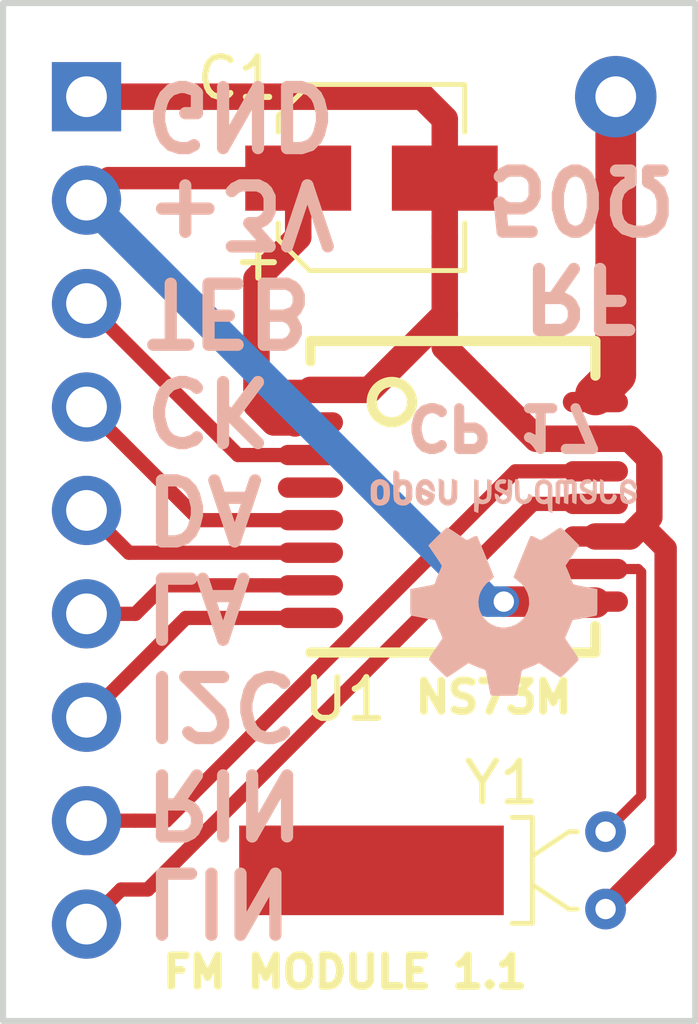
<source format=kicad_pcb>
(kicad_pcb (version 20171130) (host pcbnew "(5.1.2)-2")

  (general
    (thickness 1.6)
    (drawings 9)
    (tracks 60)
    (zones 0)
    (modules 6)
    (nets 13)
  )

  (page USLetter)
  (title_block
    (title NS73M-Breakout)
    (date 2017-05-03)
    (rev 1)
    (company "Conor Peterson")
    (comment 1 conor.p.peterson@gmail.com)
    (comment 2 CC-BY-4.0)
  )

  (layers
    (0 F.Cu signal)
    (31 B.Cu signal)
    (32 B.Adhes user)
    (33 F.Adhes user)
    (34 B.Paste user)
    (35 F.Paste user)
    (36 B.SilkS user hide)
    (37 F.SilkS user)
    (38 B.Mask user)
    (39 F.Mask user)
    (40 Dwgs.User user)
    (41 Cmts.User user)
    (42 Eco1.User user)
    (43 Eco2.User user)
    (44 Edge.Cuts user)
    (45 Margin user)
    (46 B.CrtYd user)
    (47 F.CrtYd user)
    (48 B.Fab user)
    (49 F.Fab user)
  )

  (setup
    (last_trace_width 0.25)
    (trace_clearance 0.2)
    (zone_clearance 0.508)
    (zone_45_only no)
    (trace_min 0.2)
    (via_size 0.6)
    (via_drill 0.4)
    (via_min_size 0.4)
    (via_min_drill 0.3)
    (uvia_size 0.3)
    (uvia_drill 0.1)
    (uvias_allowed no)
    (uvia_min_size 0.2)
    (uvia_min_drill 0.1)
    (edge_width 0.15)
    (segment_width 0.2)
    (pcb_text_width 0.3)
    (pcb_text_size 1.5 1.5)
    (mod_edge_width 0.15)
    (mod_text_size 1 1)
    (mod_text_width 0.15)
    (pad_size 1.524 1.524)
    (pad_drill 0.762)
    (pad_to_mask_clearance 0.0508)
    (aux_axis_origin 0 0)
    (visible_elements 7FFFFFFF)
    (pcbplotparams
      (layerselection 0x010f0_80000001)
      (usegerberextensions true)
      (usegerberattributes false)
      (usegerberadvancedattributes false)
      (creategerberjobfile false)
      (excludeedgelayer true)
      (linewidth 0.100000)
      (plotframeref false)
      (viasonmask false)
      (mode 1)
      (useauxorigin false)
      (hpglpennumber 1)
      (hpglpenspeed 20)
      (hpglpendiameter 15.000000)
      (psnegative false)
      (psa4output false)
      (plotreference true)
      (plotvalue false)
      (plotinvisibletext false)
      (padsonsilk false)
      (subtractmaskfromsilk false)
      (outputformat 1)
      (mirror false)
      (drillshape 0)
      (scaleselection 1)
      (outputdirectory "../Gerbers/1.0/"))
  )

  (net 0 "")
  (net 1 GND)
  (net 2 "Net-(P2-Pad1)")
  (net 3 "Net-(U1-Pad4)")
  (net 4 "Net-(U1-Pad10)")
  (net 5 /VCC)
  (net 6 /TEB)
  (net 7 /CK)
  (net 8 /DA)
  (net 9 /LA)
  (net 10 /I2C)
  (net 11 /RIN)
  (net 12 /LIN)

  (net_class Default "This is the default net class."
    (clearance 0.2)
    (trace_width 0.25)
    (via_dia 0.6)
    (via_drill 0.4)
    (uvia_dia 0.3)
    (uvia_drill 0.1)
  )

  (net_class Data ""
    (clearance 0.2)
    (trace_width 0.35)
    (via_dia 0.6)
    (via_drill 0.4)
    (uvia_dia 0.3)
    (uvia_drill 0.1)
    (add_net /CK)
    (add_net /DA)
    (add_net /I2C)
    (add_net /LA)
    (add_net /LIN)
    (add_net /RIN)
    (add_net /TEB)
    (add_net "Net-(U1-Pad4)")
  )

  (net_class Power ""
    (clearance 0.2)
    (trace_width 0.55)
    (via_dia 0.7)
    (via_drill 0.5)
    (uvia_dia 0.3)
    (uvia_drill 0.1)
    (add_net /VCC)
    (add_net GND)
  )

  (net_class RF ""
    (clearance 0.25)
    (trace_width 1)
    (via_dia 0.6)
    (via_drill 0.4)
    (uvia_dia 0.3)
    (uvia_drill 0.1)
    (add_net "Net-(P2-Pad1)")
  )

  (net_class Xtal ""
    (clearance 0.2)
    (trace_width 0.25)
    (via_dia 0.6)
    (via_drill 0.4)
    (uvia_dia 0.3)
    (uvia_drill 0.1)
    (add_net "Net-(U1-Pad10)")
  )

  (module NS73M-Breakout:NS73M-DFN (layer F.Cu) (tedit 590A0C5F) (tstamp 5909EE00)
    (at 131 95 180)
    (path /590901B3)
    (fp_text reference U1 (at 2.65 -4.8 180) (layer F.SilkS)
      (effects (font (size 1 1) (thickness 0.15)))
    )
    (fp_text value NS73M (at 0.15 -4.85 180) (layer F.Fab) hide
      (effects (font (size 1 1) (thickness 0.15)))
    )
    (fp_circle (center 1.5 2.5) (end 1.15 2.15) (layer F.SilkS) (width 0.25))
    (fp_line (start 3.5 4) (end 3.5 3.5) (layer F.SilkS) (width 0.25))
    (fp_line (start -3.5 4) (end 3.5 4) (layer F.SilkS) (width 0.25))
    (fp_line (start -3.5 3.15) (end -3.5 4) (layer F.SilkS) (width 0.25))
    (fp_line (start -3.5 -3.65) (end -3.5 -3) (layer F.SilkS) (width 0.25))
    (fp_line (start 3.5 -3.65) (end -3.5 -3.65) (layer F.SilkS) (width 0.25))
    (pad 1 smd oval (at 3.5 2.8 180) (size 1.6 0.5) (layers F.Cu F.Paste F.Mask)
      (net 1 GND))
    (pad 2 smd oval (at 3.5 2 180) (size 1.6 0.5) (layers F.Cu F.Paste F.Mask)
      (net 5 /VCC))
    (pad 3 smd oval (at 3.5 1.2 180) (size 1.6 0.5) (layers F.Cu F.Paste F.Mask)
      (net 6 /TEB))
    (pad 4 smd oval (at 3.5 0.4 180) (size 1.6 0.5) (layers F.Cu F.Paste F.Mask)
      (net 3 "Net-(U1-Pad4)"))
    (pad 5 smd oval (at 3.5 -0.4 180) (size 1.6 0.5) (layers F.Cu F.Paste F.Mask)
      (net 7 /CK))
    (pad 6 smd oval (at 3.5 -1.2 180) (size 1.6 0.5) (layers F.Cu F.Paste F.Mask)
      (net 8 /DA))
    (pad 7 smd oval (at 3.5 -2 180) (size 1.6 0.5) (layers F.Cu F.Paste F.Mask)
      (net 9 /LA))
    (pad 8 smd oval (at 3.5 -2.8 180) (size 1.6 0.5) (layers F.Cu F.Paste F.Mask)
      (net 10 /I2C))
    (pad 9 smd oval (at -3.5 -2.4 180) (size 1.6 0.5) (layers F.Cu F.Paste F.Mask)
      (net 5 /VCC))
    (pad 10 smd oval (at -3.5 -1.6 180) (size 1.6 0.5) (layers F.Cu F.Paste F.Mask)
      (net 4 "Net-(U1-Pad10)"))
    (pad 11 smd oval (at -3.5 -0.8 180) (size 1.6 0.5) (layers F.Cu F.Paste F.Mask)
      (net 1 GND))
    (pad 12 smd oval (at -3.5 0 180) (size 1.6 0.5) (layers F.Cu F.Paste F.Mask)
      (net 12 /LIN))
    (pad 13 smd oval (at -3.5 0.8 180) (size 1.6 0.5) (layers F.Cu F.Paste F.Mask)
      (net 11 /RIN))
    (pad 14 smd oval (at -3.5 1.6 180) (size 1.6 0.5) (layers F.Cu F.Paste F.Mask)
      (net 1 GND))
    (pad 15 smd oval (at -3.5 2.5 180) (size 1.6 0.5) (layers F.Cu F.Paste F.Mask)
      (net 2 "Net-(P2-Pad1)"))
  )

  (module Capacitors_SMD:CP_Elec_4x4.5 (layer F.Cu) (tedit 590A0C3C) (tstamp 5909EDDB)
    (at 129 87)
    (descr "SMT capacitor, aluminium electrolytic, 4x4.5")
    (path /59090277)
    (attr smd)
    (fp_text reference C1 (at -3.3 -2.45 180) (layer F.SilkS)
      (effects (font (size 1 1) (thickness 0.15)))
    )
    (fp_text value 22uF (at 0 -3.45) (layer F.Fab) hide
      (effects (font (size 1 1) (thickness 0.15)))
    )
    (fp_circle (center 0 0) (end 0.1 2.1) (layer F.Fab) (width 0.1))
    (fp_text user + (at -1.24 -0.08) (layer F.Fab)
      (effects (font (size 1 1) (thickness 0.15)))
    )
    (fp_text user + (at -2.78 1.99 180) (layer F.SilkS)
      (effects (font (size 1 1) (thickness 0.15)))
    )
    (fp_text user %R (at 3.45 2.15) (layer F.Fab) hide
      (effects (font (size 1 1) (thickness 0.15)))
    )
    (fp_line (start 2.13 2.12) (end 2.13 -2.15) (layer F.Fab) (width 0.1))
    (fp_line (start -1.46 2.12) (end 2.13 2.12) (layer F.Fab) (width 0.1))
    (fp_line (start -2.13 1.45) (end -1.46 2.12) (layer F.Fab) (width 0.1))
    (fp_line (start -2.13 -1.47) (end -2.13 1.45) (layer F.Fab) (width 0.1))
    (fp_line (start -1.46 -2.15) (end -2.13 -1.47) (layer F.Fab) (width 0.1))
    (fp_line (start 2.13 -2.15) (end -1.46 -2.15) (layer F.Fab) (width 0.1))
    (fp_line (start 2.29 -2.3) (end 2.29 -1.13) (layer F.SilkS) (width 0.12))
    (fp_line (start 2.29 2.27) (end 2.29 1.1) (layer F.SilkS) (width 0.12))
    (fp_line (start -2.29 1.51) (end -2.29 1.1) (layer F.SilkS) (width 0.12))
    (fp_line (start -2.29 -1.54) (end -2.29 -1.13) (layer F.SilkS) (width 0.12))
    (fp_line (start -1.52 -2.3) (end 2.29 -2.3) (layer F.SilkS) (width 0.12))
    (fp_line (start -1.52 -2.3) (end -2.29 -1.54) (layer F.SilkS) (width 0.12))
    (fp_line (start -1.52 2.27) (end 2.29 2.27) (layer F.SilkS) (width 0.12))
    (fp_line (start -1.52 2.27) (end -2.29 1.51) (layer F.SilkS) (width 0.12))
    (fp_line (start -3.35 -2.4) (end 3.35 -2.4) (layer F.CrtYd) (width 0.05))
    (fp_line (start -3.35 -2.4) (end -3.35 2.37) (layer F.CrtYd) (width 0.05))
    (fp_line (start 3.35 2.37) (end 3.35 -2.4) (layer F.CrtYd) (width 0.05))
    (fp_line (start 3.35 2.37) (end -3.35 2.37) (layer F.CrtYd) (width 0.05))
    (pad 1 smd rect (at -1.8 0 180) (size 2.6 1.6) (layers F.Cu F.Paste F.Mask)
      (net 5 /VCC))
    (pad 2 smd rect (at 1.8 0 180) (size 2.6 1.6) (layers F.Cu F.Paste F.Mask)
      (net 1 GND))
    (model Capacitors_SMD.3dshapes/CP_Elec_4x4.5.wrl
      (at (xyz 0 0 0))
      (scale (xyz 1 1 1))
      (rotate (xyz 0 0 180))
    )
  )

  (module Crystals:Crystal_C26-LF_d2.1mm_l6.5mm_Horizontal_1EP_style1 (layer F.Cu) (tedit 590A0C06) (tstamp 5909EE07)
    (at 134.75 103.05 270)
    (descr "Crystal THT C26-LF 6.5mm length 2.06mm diameter")
    (tags ['C26-LF'])
    (path /590901E6)
    (fp_text reference Y1 (at -1.2 2.55) (layer F.SilkS)
      (effects (font (size 1 1) (thickness 0.15)))
    )
    (fp_text value "32.768 kHz" (at 3.57 1.75) (layer F.Fab) hide
      (effects (font (size 1 1) (thickness 0.15)))
    )
    (fp_text user %R (at 1 5.75) (layer F.Fab)
      (effects (font (size 0.7 0.7) (thickness 0.105)))
    )
    (fp_line (start -0.08 2) (end -0.08 8.5) (layer F.Fab) (width 0.1))
    (fp_line (start -0.08 8.5) (end 1.98 8.5) (layer F.Fab) (width 0.1))
    (fp_line (start 1.98 8.5) (end 1.98 2) (layer F.Fab) (width 0.1))
    (fp_line (start 1.98 2) (end -0.08 2) (layer F.Fab) (width 0.1))
    (fp_line (start 0.6 2) (end 0 1) (layer F.Fab) (width 0.1))
    (fp_line (start 0 1) (end 0 0) (layer F.Fab) (width 0.1))
    (fp_line (start 1.3 2) (end 1.9 1) (layer F.Fab) (width 0.1))
    (fp_line (start 1.9 1) (end 1.9 0) (layer F.Fab) (width 0.1))
    (fp_line (start -0.35 2.3) (end -0.35 1.8) (layer F.SilkS) (width 0.12))
    (fp_line (start -0.35 1.8) (end 2.25 1.8) (layer F.SilkS) (width 0.12))
    (fp_line (start 2.25 1.8) (end 2.25 2.3) (layer F.SilkS) (width 0.12))
    (fp_line (start 0.6 1.8) (end 0 0.9) (layer F.SilkS) (width 0.12))
    (fp_line (start 0 0.9) (end 0 0.7) (layer F.SilkS) (width 0.12))
    (fp_line (start 1.3 1.8) (end 1.9 0.9) (layer F.SilkS) (width 0.12))
    (fp_line (start 1.9 0.9) (end 1.9 0.7) (layer F.SilkS) (width 0.12))
    (fp_line (start -0.9 -0.8) (end -0.9 9.3) (layer F.CrtYd) (width 0.05))
    (fp_line (start -0.9 9.3) (end 2.8 9.3) (layer F.CrtYd) (width 0.05))
    (fp_line (start 2.8 9.3) (end 2.8 -0.8) (layer F.CrtYd) (width 0.05))
    (fp_line (start 2.8 -0.8) (end -0.9 -0.8) (layer F.CrtYd) (width 0.05))
    (pad 1 thru_hole circle (at 0 0 270) (size 1 1) (drill 0.5) (layers *.Cu *.Mask)
      (net 4 "Net-(U1-Pad10)"))
    (pad 2 thru_hole circle (at 1.9 0 270) (size 1 1) (drill 0.5) (layers *.Cu *.Mask)
      (net 1 GND))
    (pad 3 smd rect (at 0.95 5.75 270) (size 2.2 6.5) (layers F.Cu F.Paste F.Mask))
    (model ${KISYS3DMOD}/Crystals.3dshapes/Crystal_C26-LF_d2.1mm_l6.5mm_Horizontal_1EP_style1.wrl
      (at (xyz 0 0 0))
      (scale (xyz 0.393701 0.393701 0.393701))
      (rotate (xyz 0 0 0))
    )
  )

  (module NS73M-Breakout:pinheader-9x (layer F.Cu) (tedit 590A0C23) (tstamp 5909EF35)
    (at 122 85)
    (path /590904E6)
    (fp_text reference P1 (at 2.2 21) (layer F.SilkS) hide
      (effects (font (size 1 1) (thickness 0.15)))
    )
    (fp_text value HEADER (at -2.54 10.16 90) (layer F.Fab) hide
      (effects (font (size 1 1) (thickness 0.15)))
    )
    (pad 1 thru_hole rect (at 0 0) (size 1.7 1.7) (drill 1) (layers *.Cu *.Mask)
      (net 1 GND))
    (pad 2 thru_hole circle (at 0 2.54) (size 1.7 1.7) (drill 1) (layers *.Cu *.Mask)
      (net 5 /VCC))
    (pad 3 thru_hole circle (at 0 5.08) (size 1.7 1.7) (drill 1) (layers *.Cu *.Mask)
      (net 6 /TEB))
    (pad 4 thru_hole circle (at 0 7.62) (size 1.7 1.7) (drill 1) (layers *.Cu *.Mask)
      (net 7 /CK))
    (pad 5 thru_hole circle (at 0 10.16) (size 1.7 1.7) (drill 1) (layers *.Cu *.Mask)
      (net 8 /DA))
    (pad 6 thru_hole circle (at 0 12.7) (size 1.7 1.7) (drill 1) (layers *.Cu *.Mask)
      (net 9 /LA))
    (pad 7 thru_hole circle (at 0 15.24) (size 1.7 1.7) (drill 1) (layers *.Cu *.Mask)
      (net 10 /I2C))
    (pad 8 thru_hole circle (at 0 17.78) (size 1.7 1.7) (drill 1) (layers *.Cu *.Mask)
      (net 11 /RIN))
    (pad 9 thru_hole circle (at 0 20.32) (size 1.7 1.7) (drill 1) (layers *.Cu *.Mask)
      (net 12 /LIN))
  )

  (module NS73M-Breakout:rf_hole (layer F.Cu) (tedit 590A0C44) (tstamp 5909EDED)
    (at 135 85)
    (path /59090C31)
    (fp_text reference P2 (at 0 2.54) (layer F.SilkS) hide
      (effects (font (size 1 1) (thickness 0.15)))
    )
    (fp_text value RF_OUT (at 0 -2.54) (layer F.Fab) hide
      (effects (font (size 1 1) (thickness 0.15)))
    )
    (pad 1 thru_hole circle (at 0 0) (size 2 2) (drill 1) (layers *.Cu *.Mask)
      (net 2 "Net-(P2-Pad1)"))
  )

  (module Symbols:OSHW-Logo2_7.3x6mm_SilkScreen (layer B.Cu) (tedit 0) (tstamp 590AC09F)
    (at 132.25 96.95)
    (descr "Open Source Hardware Symbol")
    (tags "Logo Symbol OSHW")
    (attr virtual)
    (fp_text reference REF*** (at 0 0) (layer B.SilkS) hide
      (effects (font (size 1 1) (thickness 0.15)) (justify mirror))
    )
    (fp_text value OSHW-Logo2_7.3x6mm_SilkScreen (at 0.75 0) (layer B.Fab) hide
      (effects (font (size 1 1) (thickness 0.15)) (justify mirror))
    )
    (fp_poly (pts (xy -2.400256 -1.919918) (xy -2.344799 -1.947568) (xy -2.295852 -1.99848) (xy -2.282371 -2.017338)
      (xy -2.267686 -2.042015) (xy -2.258158 -2.068816) (xy -2.252707 -2.104587) (xy -2.250253 -2.156169)
      (xy -2.249714 -2.224267) (xy -2.252148 -2.317588) (xy -2.260606 -2.387657) (xy -2.276826 -2.439931)
      (xy -2.302546 -2.479869) (xy -2.339503 -2.512929) (xy -2.342218 -2.514886) (xy -2.37864 -2.534908)
      (xy -2.422498 -2.544815) (xy -2.478276 -2.547257) (xy -2.568952 -2.547257) (xy -2.56899 -2.635283)
      (xy -2.569834 -2.684308) (xy -2.574976 -2.713065) (xy -2.588413 -2.730311) (xy -2.614142 -2.744808)
      (xy -2.620321 -2.747769) (xy -2.649236 -2.761648) (xy -2.671624 -2.770414) (xy -2.688271 -2.771171)
      (xy -2.699964 -2.761023) (xy -2.70749 -2.737073) (xy -2.711634 -2.696426) (xy -2.713185 -2.636186)
      (xy -2.712929 -2.553455) (xy -2.711651 -2.445339) (xy -2.711252 -2.413) (xy -2.709815 -2.301524)
      (xy -2.708528 -2.228603) (xy -2.569029 -2.228603) (xy -2.568245 -2.290499) (xy -2.56476 -2.330997)
      (xy -2.556876 -2.357708) (xy -2.542895 -2.378244) (xy -2.533403 -2.38826) (xy -2.494596 -2.417567)
      (xy -2.460237 -2.419952) (xy -2.424784 -2.39575) (xy -2.423886 -2.394857) (xy -2.409461 -2.376153)
      (xy -2.400687 -2.350732) (xy -2.396261 -2.311584) (xy -2.394882 -2.251697) (xy -2.394857 -2.23843)
      (xy -2.398188 -2.155901) (xy -2.409031 -2.098691) (xy -2.42866 -2.063766) (xy -2.45835 -2.048094)
      (xy -2.475509 -2.046514) (xy -2.516234 -2.053926) (xy -2.544168 -2.07833) (xy -2.560983 -2.12298)
      (xy -2.56835 -2.19113) (xy -2.569029 -2.228603) (xy -2.708528 -2.228603) (xy -2.708292 -2.215245)
      (xy -2.706323 -2.150333) (xy -2.70355 -2.102958) (xy -2.699612 -2.06929) (xy -2.694151 -2.045498)
      (xy -2.686808 -2.027753) (xy -2.677223 -2.012224) (xy -2.673113 -2.006381) (xy -2.618595 -1.951185)
      (xy -2.549664 -1.91989) (xy -2.469928 -1.911165) (xy -2.400256 -1.919918)) (layer B.SilkS) (width 0.01))
    (fp_poly (pts (xy -1.283907 -1.92778) (xy -1.237328 -1.954723) (xy -1.204943 -1.981466) (xy -1.181258 -2.009484)
      (xy -1.164941 -2.043748) (xy -1.154661 -2.089227) (xy -1.149086 -2.150892) (xy -1.146884 -2.233711)
      (xy -1.146629 -2.293246) (xy -1.146629 -2.512391) (xy -1.208314 -2.540044) (xy -1.27 -2.567697)
      (xy -1.277257 -2.32767) (xy -1.280256 -2.238028) (xy -1.283402 -2.172962) (xy -1.287299 -2.128026)
      (xy -1.292553 -2.09877) (xy -1.299769 -2.080748) (xy -1.30955 -2.069511) (xy -1.312688 -2.067079)
      (xy -1.360239 -2.048083) (xy -1.408303 -2.0556) (xy -1.436914 -2.075543) (xy -1.448553 -2.089675)
      (xy -1.456609 -2.10822) (xy -1.461729 -2.136334) (xy -1.464559 -2.179173) (xy -1.465744 -2.241895)
      (xy -1.465943 -2.307261) (xy -1.465982 -2.389268) (xy -1.467386 -2.447316) (xy -1.472086 -2.486465)
      (xy -1.482013 -2.51178) (xy -1.499097 -2.528323) (xy -1.525268 -2.541156) (xy -1.560225 -2.554491)
      (xy -1.598404 -2.569007) (xy -1.593859 -2.311389) (xy -1.592029 -2.218519) (xy -1.589888 -2.149889)
      (xy -1.586819 -2.100711) (xy -1.582206 -2.066198) (xy -1.575432 -2.041562) (xy -1.565881 -2.022016)
      (xy -1.554366 -2.00477) (xy -1.49881 -1.94968) (xy -1.43102 -1.917822) (xy -1.357287 -1.910191)
      (xy -1.283907 -1.92778)) (layer B.SilkS) (width 0.01))
    (fp_poly (pts (xy -2.958885 -1.921962) (xy -2.890855 -1.957733) (xy -2.840649 -2.015301) (xy -2.822815 -2.052312)
      (xy -2.808937 -2.107882) (xy -2.801833 -2.178096) (xy -2.80116 -2.254727) (xy -2.806573 -2.329552)
      (xy -2.81773 -2.394342) (xy -2.834286 -2.440873) (xy -2.839374 -2.448887) (xy -2.899645 -2.508707)
      (xy -2.971231 -2.544535) (xy -3.048908 -2.55502) (xy -3.127452 -2.53881) (xy -3.149311 -2.529092)
      (xy -3.191878 -2.499143) (xy -3.229237 -2.459433) (xy -3.232768 -2.454397) (xy -3.247119 -2.430124)
      (xy -3.256606 -2.404178) (xy -3.26221 -2.370022) (xy -3.264914 -2.321119) (xy -3.265701 -2.250935)
      (xy -3.265714 -2.2352) (xy -3.265678 -2.230192) (xy -3.120571 -2.230192) (xy -3.119727 -2.29643)
      (xy -3.116404 -2.340386) (xy -3.109417 -2.368779) (xy -3.097584 -2.388325) (xy -3.091543 -2.394857)
      (xy -3.056814 -2.41968) (xy -3.023097 -2.418548) (xy -2.989005 -2.397016) (xy -2.968671 -2.374029)
      (xy -2.956629 -2.340478) (xy -2.949866 -2.287569) (xy -2.949402 -2.281399) (xy -2.948248 -2.185513)
      (xy -2.960312 -2.114299) (xy -2.98543 -2.068194) (xy -3.02344 -2.047635) (xy -3.037008 -2.046514)
      (xy -3.072636 -2.052152) (xy -3.097006 -2.071686) (xy -3.111907 -2.109042) (xy -3.119125 -2.16815)
      (xy -3.120571 -2.230192) (xy -3.265678 -2.230192) (xy -3.265174 -2.160413) (xy -3.262904 -2.108159)
      (xy -3.257932 -2.071949) (xy -3.249287 -2.045299) (xy -3.235995 -2.021722) (xy -3.233057 -2.017338)
      (xy -3.183687 -1.958249) (xy -3.129891 -1.923947) (xy -3.064398 -1.910331) (xy -3.042158 -1.909665)
      (xy -2.958885 -1.921962)) (layer B.SilkS) (width 0.01))
    (fp_poly (pts (xy -1.831697 -1.931239) (xy -1.774473 -1.969735) (xy -1.730251 -2.025335) (xy -1.703833 -2.096086)
      (xy -1.69849 -2.148162) (xy -1.699097 -2.169893) (xy -1.704178 -2.186531) (xy -1.718145 -2.201437)
      (xy -1.745411 -2.217973) (xy -1.790388 -2.239498) (xy -1.857489 -2.269374) (xy -1.857829 -2.269524)
      (xy -1.919593 -2.297813) (xy -1.970241 -2.322933) (xy -2.004596 -2.342179) (xy -2.017482 -2.352848)
      (xy -2.017486 -2.352934) (xy -2.006128 -2.376166) (xy -1.979569 -2.401774) (xy -1.949077 -2.420221)
      (xy -1.93363 -2.423886) (xy -1.891485 -2.411212) (xy -1.855192 -2.379471) (xy -1.837483 -2.344572)
      (xy -1.820448 -2.318845) (xy -1.787078 -2.289546) (xy -1.747851 -2.264235) (xy -1.713244 -2.250471)
      (xy -1.706007 -2.249714) (xy -1.697861 -2.26216) (xy -1.69737 -2.293972) (xy -1.703357 -2.336866)
      (xy -1.714643 -2.382558) (xy -1.73005 -2.422761) (xy -1.730829 -2.424322) (xy -1.777196 -2.489062)
      (xy -1.837289 -2.533097) (xy -1.905535 -2.554711) (xy -1.976362 -2.552185) (xy -2.044196 -2.523804)
      (xy -2.047212 -2.521808) (xy -2.100573 -2.473448) (xy -2.13566 -2.410352) (xy -2.155078 -2.327387)
      (xy -2.157684 -2.304078) (xy -2.162299 -2.194055) (xy -2.156767 -2.142748) (xy -2.017486 -2.142748)
      (xy -2.015676 -2.174753) (xy -2.005778 -2.184093) (xy -1.981102 -2.177105) (xy -1.942205 -2.160587)
      (xy -1.898725 -2.139881) (xy -1.897644 -2.139333) (xy -1.860791 -2.119949) (xy -1.846 -2.107013)
      (xy -1.849647 -2.093451) (xy -1.865005 -2.075632) (xy -1.904077 -2.049845) (xy -1.946154 -2.04795)
      (xy -1.983897 -2.066717) (xy -2.009966 -2.102915) (xy -2.017486 -2.142748) (xy -2.156767 -2.142748)
      (xy -2.152806 -2.106027) (xy -2.12845 -2.036212) (xy -2.094544 -1.987302) (xy -2.033347 -1.937878)
      (xy -1.965937 -1.913359) (xy -1.89712 -1.911797) (xy -1.831697 -1.931239)) (layer B.SilkS) (width 0.01))
    (fp_poly (pts (xy -0.624114 -1.851289) (xy -0.619861 -1.910613) (xy -0.614975 -1.945572) (xy -0.608205 -1.96082)
      (xy -0.598298 -1.961015) (xy -0.595086 -1.959195) (xy -0.552356 -1.946015) (xy -0.496773 -1.946785)
      (xy -0.440263 -1.960333) (xy -0.404918 -1.977861) (xy -0.368679 -2.005861) (xy -0.342187 -2.037549)
      (xy -0.324001 -2.077813) (xy -0.312678 -2.131543) (xy -0.306778 -2.203626) (xy -0.304857 -2.298951)
      (xy -0.304823 -2.317237) (xy -0.3048 -2.522646) (xy -0.350509 -2.53858) (xy -0.382973 -2.54942)
      (xy -0.400785 -2.554468) (xy -0.401309 -2.554514) (xy -0.403063 -2.540828) (xy -0.404556 -2.503076)
      (xy -0.405674 -2.446224) (xy -0.406303 -2.375234) (xy -0.4064 -2.332073) (xy -0.406602 -2.246973)
      (xy -0.407642 -2.185981) (xy -0.410169 -2.144177) (xy -0.414836 -2.116642) (xy -0.422293 -2.098456)
      (xy -0.433189 -2.084698) (xy -0.439993 -2.078073) (xy -0.486728 -2.051375) (xy -0.537728 -2.049375)
      (xy -0.583999 -2.071955) (xy -0.592556 -2.080107) (xy -0.605107 -2.095436) (xy -0.613812 -2.113618)
      (xy -0.619369 -2.139909) (xy -0.622474 -2.179562) (xy -0.623824 -2.237832) (xy -0.624114 -2.318173)
      (xy -0.624114 -2.522646) (xy -0.669823 -2.53858) (xy -0.702287 -2.54942) (xy -0.720099 -2.554468)
      (xy -0.720623 -2.554514) (xy -0.721963 -2.540623) (xy -0.723172 -2.501439) (xy -0.724199 -2.4407)
      (xy -0.724998 -2.362141) (xy -0.725519 -2.269498) (xy -0.725714 -2.166509) (xy -0.725714 -1.769342)
      (xy -0.678543 -1.749444) (xy -0.631371 -1.729547) (xy -0.624114 -1.851289)) (layer B.SilkS) (width 0.01))
    (fp_poly (pts (xy 0.039744 -1.950968) (xy 0.096616 -1.972087) (xy 0.097267 -1.972493) (xy 0.13244 -1.99838)
      (xy 0.158407 -2.028633) (xy 0.17667 -2.068058) (xy 0.188732 -2.121462) (xy 0.196096 -2.193651)
      (xy 0.200264 -2.289432) (xy 0.200629 -2.303078) (xy 0.205876 -2.508842) (xy 0.161716 -2.531678)
      (xy 0.129763 -2.54711) (xy 0.11047 -2.554423) (xy 0.109578 -2.554514) (xy 0.106239 -2.541022)
      (xy 0.103587 -2.504626) (xy 0.101956 -2.451452) (xy 0.1016 -2.408393) (xy 0.101592 -2.338641)
      (xy 0.098403 -2.294837) (xy 0.087288 -2.273944) (xy 0.063501 -2.272925) (xy 0.022296 -2.288741)
      (xy -0.039914 -2.317815) (xy -0.085659 -2.341963) (xy -0.109187 -2.362913) (xy -0.116104 -2.385747)
      (xy -0.116114 -2.386877) (xy -0.104701 -2.426212) (xy -0.070908 -2.447462) (xy -0.019191 -2.450539)
      (xy 0.018061 -2.450006) (xy 0.037703 -2.460735) (xy 0.049952 -2.486505) (xy 0.057002 -2.519337)
      (xy 0.046842 -2.537966) (xy 0.043017 -2.540632) (xy 0.007001 -2.55134) (xy -0.043434 -2.552856)
      (xy -0.095374 -2.545759) (xy -0.132178 -2.532788) (xy -0.183062 -2.489585) (xy -0.211986 -2.429446)
      (xy -0.217714 -2.382462) (xy -0.213343 -2.340082) (xy -0.197525 -2.305488) (xy -0.166203 -2.274763)
      (xy -0.115322 -2.24399) (xy -0.040824 -2.209252) (xy -0.036286 -2.207288) (xy 0.030821 -2.176287)
      (xy 0.072232 -2.150862) (xy 0.089981 -2.128014) (xy 0.086107 -2.104745) (xy 0.062643 -2.078056)
      (xy 0.055627 -2.071914) (xy 0.00863 -2.0481) (xy -0.040067 -2.049103) (xy -0.082478 -2.072451)
      (xy -0.110616 -2.115675) (xy -0.113231 -2.12416) (xy -0.138692 -2.165308) (xy -0.170999 -2.185128)
      (xy -0.217714 -2.20477) (xy -0.217714 -2.15395) (xy -0.203504 -2.080082) (xy -0.161325 -2.012327)
      (xy -0.139376 -1.989661) (xy -0.089483 -1.960569) (xy -0.026033 -1.9474) (xy 0.039744 -1.950968)) (layer B.SilkS) (width 0.01))
    (fp_poly (pts (xy 0.529926 -1.949755) (xy 0.595858 -1.974084) (xy 0.649273 -2.017117) (xy 0.670164 -2.047409)
      (xy 0.692939 -2.102994) (xy 0.692466 -2.143186) (xy 0.668562 -2.170217) (xy 0.659717 -2.174813)
      (xy 0.62153 -2.189144) (xy 0.602028 -2.185472) (xy 0.595422 -2.161407) (xy 0.595086 -2.148114)
      (xy 0.582992 -2.09921) (xy 0.551471 -2.064999) (xy 0.507659 -2.048476) (xy 0.458695 -2.052634)
      (xy 0.418894 -2.074227) (xy 0.40545 -2.086544) (xy 0.395921 -2.101487) (xy 0.389485 -2.124075)
      (xy 0.385317 -2.159328) (xy 0.382597 -2.212266) (xy 0.380502 -2.287907) (xy 0.37996 -2.311857)
      (xy 0.377981 -2.39379) (xy 0.375731 -2.451455) (xy 0.372357 -2.489608) (xy 0.367006 -2.513004)
      (xy 0.358824 -2.526398) (xy 0.346959 -2.534545) (xy 0.339362 -2.538144) (xy 0.307102 -2.550452)
      (xy 0.288111 -2.554514) (xy 0.281836 -2.540948) (xy 0.278006 -2.499934) (xy 0.2766 -2.430999)
      (xy 0.277598 -2.333669) (xy 0.277908 -2.318657) (xy 0.280101 -2.229859) (xy 0.282693 -2.165019)
      (xy 0.286382 -2.119067) (xy 0.291864 -2.086935) (xy 0.299835 -2.063553) (xy 0.310993 -2.043852)
      (xy 0.31683 -2.03541) (xy 0.350296 -1.998057) (xy 0.387727 -1.969003) (xy 0.392309 -1.966467)
      (xy 0.459426 -1.946443) (xy 0.529926 -1.949755)) (layer B.SilkS) (width 0.01))
    (fp_poly (pts (xy 1.190117 -2.065358) (xy 1.189933 -2.173837) (xy 1.189219 -2.257287) (xy 1.187675 -2.319704)
      (xy 1.185001 -2.365085) (xy 1.180894 -2.397429) (xy 1.175055 -2.420733) (xy 1.167182 -2.438995)
      (xy 1.161221 -2.449418) (xy 1.111855 -2.505945) (xy 1.049264 -2.541377) (xy 0.980013 -2.55409)
      (xy 0.910668 -2.542463) (xy 0.869375 -2.521568) (xy 0.826025 -2.485422) (xy 0.796481 -2.441276)
      (xy 0.778655 -2.383462) (xy 0.770463 -2.306313) (xy 0.769302 -2.249714) (xy 0.769458 -2.245647)
      (xy 0.870857 -2.245647) (xy 0.871476 -2.31055) (xy 0.874314 -2.353514) (xy 0.88084 -2.381622)
      (xy 0.892523 -2.401953) (xy 0.906483 -2.417288) (xy 0.953365 -2.44689) (xy 1.003701 -2.449419)
      (xy 1.051276 -2.424705) (xy 1.054979 -2.421356) (xy 1.070783 -2.403935) (xy 1.080693 -2.383209)
      (xy 1.086058 -2.352362) (xy 1.088228 -2.304577) (xy 1.088571 -2.251748) (xy 1.087827 -2.185381)
      (xy 1.084748 -2.141106) (xy 1.078061 -2.112009) (xy 1.066496 -2.091173) (xy 1.057013 -2.080107)
      (xy 1.01296 -2.052198) (xy 0.962224 -2.048843) (xy 0.913796 -2.070159) (xy 0.90445 -2.078073)
      (xy 0.88854 -2.095647) (xy 0.87861 -2.116587) (xy 0.873278 -2.147782) (xy 0.871163 -2.196122)
      (xy 0.870857 -2.245647) (xy 0.769458 -2.245647) (xy 0.77281 -2.158568) (xy 0.784726 -2.090086)
      (xy 0.807135 -2.0386) (xy 0.842124 -1.998443) (xy 0.869375 -1.977861) (xy 0.918907 -1.955625)
      (xy 0.976316 -1.945304) (xy 1.029682 -1.948067) (xy 1.059543 -1.959212) (xy 1.071261 -1.962383)
      (xy 1.079037 -1.950557) (xy 1.084465 -1.918866) (xy 1.088571 -1.870593) (xy 1.093067 -1.816829)
      (xy 1.099313 -1.784482) (xy 1.110676 -1.765985) (xy 1.130528 -1.75377) (xy 1.143 -1.748362)
      (xy 1.190171 -1.728601) (xy 1.190117 -2.065358)) (layer B.SilkS) (width 0.01))
    (fp_poly (pts (xy 1.779833 -1.958663) (xy 1.782048 -1.99685) (xy 1.783784 -2.054886) (xy 1.784899 -2.12818)
      (xy 1.785257 -2.205055) (xy 1.785257 -2.465196) (xy 1.739326 -2.511127) (xy 1.707675 -2.539429)
      (xy 1.67989 -2.550893) (xy 1.641915 -2.550168) (xy 1.62684 -2.548321) (xy 1.579726 -2.542948)
      (xy 1.540756 -2.539869) (xy 1.531257 -2.539585) (xy 1.499233 -2.541445) (xy 1.453432 -2.546114)
      (xy 1.435674 -2.548321) (xy 1.392057 -2.551735) (xy 1.362745 -2.54432) (xy 1.33368 -2.521427)
      (xy 1.323188 -2.511127) (xy 1.277257 -2.465196) (xy 1.277257 -1.978602) (xy 1.314226 -1.961758)
      (xy 1.346059 -1.949282) (xy 1.364683 -1.944914) (xy 1.369458 -1.958718) (xy 1.373921 -1.997286)
      (xy 1.377775 -2.056356) (xy 1.380722 -2.131663) (xy 1.382143 -2.195286) (xy 1.386114 -2.445657)
      (xy 1.420759 -2.450556) (xy 1.452268 -2.447131) (xy 1.467708 -2.436041) (xy 1.472023 -2.415308)
      (xy 1.475708 -2.371145) (xy 1.478469 -2.309146) (xy 1.480012 -2.234909) (xy 1.480235 -2.196706)
      (xy 1.480457 -1.976783) (xy 1.526166 -1.960849) (xy 1.558518 -1.950015) (xy 1.576115 -1.944962)
      (xy 1.576623 -1.944914) (xy 1.578388 -1.958648) (xy 1.580329 -1.99673) (xy 1.582282 -2.054482)
      (xy 1.584084 -2.127227) (xy 1.585343 -2.195286) (xy 1.589314 -2.445657) (xy 1.6764 -2.445657)
      (xy 1.680396 -2.21724) (xy 1.684392 -1.988822) (xy 1.726847 -1.966868) (xy 1.758192 -1.951793)
      (xy 1.776744 -1.944951) (xy 1.777279 -1.944914) (xy 1.779833 -1.958663)) (layer B.SilkS) (width 0.01))
    (fp_poly (pts (xy 2.144876 -1.956335) (xy 2.186667 -1.975344) (xy 2.219469 -1.998378) (xy 2.243503 -2.024133)
      (xy 2.260097 -2.057358) (xy 2.270577 -2.1028) (xy 2.276271 -2.165207) (xy 2.278507 -2.249327)
      (xy 2.278743 -2.304721) (xy 2.278743 -2.520826) (xy 2.241774 -2.53767) (xy 2.212656 -2.549981)
      (xy 2.198231 -2.554514) (xy 2.195472 -2.541025) (xy 2.193282 -2.504653) (xy 2.191942 -2.451542)
      (xy 2.191657 -2.409372) (xy 2.190434 -2.348447) (xy 2.187136 -2.300115) (xy 2.182321 -2.270518)
      (xy 2.178496 -2.264229) (xy 2.152783 -2.270652) (xy 2.112418 -2.287125) (xy 2.065679 -2.309458)
      (xy 2.020845 -2.333457) (xy 1.986193 -2.35493) (xy 1.970002 -2.369685) (xy 1.969938 -2.369845)
      (xy 1.97133 -2.397152) (xy 1.983818 -2.423219) (xy 2.005743 -2.444392) (xy 2.037743 -2.451474)
      (xy 2.065092 -2.450649) (xy 2.103826 -2.450042) (xy 2.124158 -2.459116) (xy 2.136369 -2.483092)
      (xy 2.137909 -2.487613) (xy 2.143203 -2.521806) (xy 2.129047 -2.542568) (xy 2.092148 -2.552462)
      (xy 2.052289 -2.554292) (xy 1.980562 -2.540727) (xy 1.943432 -2.521355) (xy 1.897576 -2.475845)
      (xy 1.873256 -2.419983) (xy 1.871073 -2.360957) (xy 1.891629 -2.305953) (xy 1.922549 -2.271486)
      (xy 1.95342 -2.252189) (xy 2.001942 -2.227759) (xy 2.058485 -2.202985) (xy 2.06791 -2.199199)
      (xy 2.130019 -2.171791) (xy 2.165822 -2.147634) (xy 2.177337 -2.123619) (xy 2.16658 -2.096635)
      (xy 2.148114 -2.075543) (xy 2.104469 -2.049572) (xy 2.056446 -2.047624) (xy 2.012406 -2.067637)
      (xy 1.980709 -2.107551) (xy 1.976549 -2.117848) (xy 1.952327 -2.155724) (xy 1.916965 -2.183842)
      (xy 1.872343 -2.206917) (xy 1.872343 -2.141485) (xy 1.874969 -2.101506) (xy 1.88623 -2.069997)
      (xy 1.911199 -2.036378) (xy 1.935169 -2.010484) (xy 1.972441 -1.973817) (xy 2.001401 -1.954121)
      (xy 2.032505 -1.94622) (xy 2.067713 -1.944914) (xy 2.144876 -1.956335)) (layer B.SilkS) (width 0.01))
    (fp_poly (pts (xy 2.6526 -1.958752) (xy 2.669948 -1.966334) (xy 2.711356 -1.999128) (xy 2.746765 -2.046547)
      (xy 2.768664 -2.097151) (xy 2.772229 -2.122098) (xy 2.760279 -2.156927) (xy 2.734067 -2.175357)
      (xy 2.705964 -2.186516) (xy 2.693095 -2.188572) (xy 2.686829 -2.173649) (xy 2.674456 -2.141175)
      (xy 2.669028 -2.126502) (xy 2.63859 -2.075744) (xy 2.59452 -2.050427) (xy 2.53801 -2.051206)
      (xy 2.533825 -2.052203) (xy 2.503655 -2.066507) (xy 2.481476 -2.094393) (xy 2.466327 -2.139287)
      (xy 2.45725 -2.204615) (xy 2.453286 -2.293804) (xy 2.452914 -2.341261) (xy 2.45273 -2.416071)
      (xy 2.451522 -2.467069) (xy 2.448309 -2.499471) (xy 2.442109 -2.518495) (xy 2.43194 -2.529356)
      (xy 2.416819 -2.537272) (xy 2.415946 -2.53767) (xy 2.386828 -2.549981) (xy 2.372403 -2.554514)
      (xy 2.370186 -2.540809) (xy 2.368289 -2.502925) (xy 2.366847 -2.445715) (xy 2.365998 -2.374027)
      (xy 2.365829 -2.321565) (xy 2.366692 -2.220047) (xy 2.37007 -2.143032) (xy 2.377142 -2.086023)
      (xy 2.389088 -2.044526) (xy 2.40709 -2.014043) (xy 2.432327 -1.99008) (xy 2.457247 -1.973355)
      (xy 2.517171 -1.951097) (xy 2.586911 -1.946076) (xy 2.6526 -1.958752)) (layer B.SilkS) (width 0.01))
    (fp_poly (pts (xy 3.153595 -1.966966) (xy 3.211021 -2.004497) (xy 3.238719 -2.038096) (xy 3.260662 -2.099064)
      (xy 3.262405 -2.147308) (xy 3.258457 -2.211816) (xy 3.109686 -2.276934) (xy 3.037349 -2.310202)
      (xy 2.990084 -2.336964) (xy 2.965507 -2.360144) (xy 2.961237 -2.382667) (xy 2.974889 -2.407455)
      (xy 2.989943 -2.423886) (xy 3.033746 -2.450235) (xy 3.081389 -2.452081) (xy 3.125145 -2.431546)
      (xy 3.157289 -2.390752) (xy 3.163038 -2.376347) (xy 3.190576 -2.331356) (xy 3.222258 -2.312182)
      (xy 3.265714 -2.295779) (xy 3.265714 -2.357966) (xy 3.261872 -2.400283) (xy 3.246823 -2.435969)
      (xy 3.21528 -2.476943) (xy 3.210592 -2.482267) (xy 3.175506 -2.51872) (xy 3.145347 -2.538283)
      (xy 3.107615 -2.547283) (xy 3.076335 -2.55023) (xy 3.020385 -2.550965) (xy 2.980555 -2.54166)
      (xy 2.955708 -2.527846) (xy 2.916656 -2.497467) (xy 2.889625 -2.464613) (xy 2.872517 -2.423294)
      (xy 2.863238 -2.367521) (xy 2.859693 -2.291305) (xy 2.85941 -2.252622) (xy 2.860372 -2.206247)
      (xy 2.948007 -2.206247) (xy 2.949023 -2.231126) (xy 2.951556 -2.2352) (xy 2.968274 -2.229665)
      (xy 3.004249 -2.215017) (xy 3.052331 -2.19419) (xy 3.062386 -2.189714) (xy 3.123152 -2.158814)
      (xy 3.156632 -2.131657) (xy 3.16399 -2.10622) (xy 3.146391 -2.080481) (xy 3.131856 -2.069109)
      (xy 3.07941 -2.046364) (xy 3.030322 -2.050122) (xy 2.989227 -2.077884) (xy 2.960758 -2.127152)
      (xy 2.951631 -2.166257) (xy 2.948007 -2.206247) (xy 2.860372 -2.206247) (xy 2.861285 -2.162249)
      (xy 2.868196 -2.095384) (xy 2.881884 -2.046695) (xy 2.904096 -2.010849) (xy 2.936574 -1.982513)
      (xy 2.950733 -1.973355) (xy 3.015053 -1.949507) (xy 3.085473 -1.948006) (xy 3.153595 -1.966966)) (layer B.SilkS) (width 0.01))
    (fp_poly (pts (xy 0.10391 2.757652) (xy 0.182454 2.757222) (xy 0.239298 2.756058) (xy 0.278105 2.753793)
      (xy 0.302538 2.75006) (xy 0.316262 2.744494) (xy 0.32294 2.736727) (xy 0.326236 2.726395)
      (xy 0.326556 2.725057) (xy 0.331562 2.700921) (xy 0.340829 2.653299) (xy 0.353392 2.587259)
      (xy 0.368287 2.507872) (xy 0.384551 2.420204) (xy 0.385119 2.417125) (xy 0.40141 2.331211)
      (xy 0.416652 2.255304) (xy 0.429861 2.193955) (xy 0.440054 2.151718) (xy 0.446248 2.133145)
      (xy 0.446543 2.132816) (xy 0.464788 2.123747) (xy 0.502405 2.108633) (xy 0.551271 2.090738)
      (xy 0.551543 2.090642) (xy 0.613093 2.067507) (xy 0.685657 2.038035) (xy 0.754057 2.008403)
      (xy 0.757294 2.006938) (xy 0.868702 1.956374) (xy 1.115399 2.12484) (xy 1.191077 2.176197)
      (xy 1.259631 2.222111) (xy 1.317088 2.25997) (xy 1.359476 2.287163) (xy 1.382825 2.301079)
      (xy 1.385042 2.302111) (xy 1.40201 2.297516) (xy 1.433701 2.275345) (xy 1.481352 2.234553)
      (xy 1.546198 2.174095) (xy 1.612397 2.109773) (xy 1.676214 2.046388) (xy 1.733329 1.988549)
      (xy 1.780305 1.939825) (xy 1.813703 1.90379) (xy 1.830085 1.884016) (xy 1.830694 1.882998)
      (xy 1.832505 1.869428) (xy 1.825683 1.847267) (xy 1.80854 1.813522) (xy 1.779393 1.7652)
      (xy 1.736555 1.699308) (xy 1.679448 1.614483) (xy 1.628766 1.539823) (xy 1.583461 1.47286)
      (xy 1.54615 1.417484) (xy 1.519452 1.37758) (xy 1.505985 1.357038) (xy 1.505137 1.355644)
      (xy 1.506781 1.335962) (xy 1.519245 1.297707) (xy 1.540048 1.248111) (xy 1.547462 1.232272)
      (xy 1.579814 1.16171) (xy 1.614328 1.081647) (xy 1.642365 1.012371) (xy 1.662568 0.960955)
      (xy 1.678615 0.921881) (xy 1.687888 0.901459) (xy 1.689041 0.899886) (xy 1.706096 0.897279)
      (xy 1.746298 0.890137) (xy 1.804302 0.879477) (xy 1.874763 0.866315) (xy 1.952335 0.851667)
      (xy 2.031672 0.836551) (xy 2.107431 0.821982) (xy 2.174264 0.808978) (xy 2.226828 0.798555)
      (xy 2.259776 0.79173) (xy 2.267857 0.789801) (xy 2.276205 0.785038) (xy 2.282506 0.774282)
      (xy 2.287045 0.753902) (xy 2.290104 0.720266) (xy 2.291967 0.669745) (xy 2.292918 0.598708)
      (xy 2.29324 0.503524) (xy 2.293257 0.464508) (xy 2.293257 0.147201) (xy 2.217057 0.132161)
      (xy 2.174663 0.124005) (xy 2.1114 0.112101) (xy 2.034962 0.097884) (xy 1.953043 0.08279)
      (xy 1.9304 0.078645) (xy 1.854806 0.063947) (xy 1.788953 0.049495) (xy 1.738366 0.036625)
      (xy 1.708574 0.026678) (xy 1.703612 0.023713) (xy 1.691426 0.002717) (xy 1.673953 -0.037967)
      (xy 1.654577 -0.090322) (xy 1.650734 -0.1016) (xy 1.625339 -0.171523) (xy 1.593817 -0.250418)
      (xy 1.562969 -0.321266) (xy 1.562817 -0.321595) (xy 1.511447 -0.432733) (xy 1.680399 -0.681253)
      (xy 1.849352 -0.929772) (xy 1.632429 -1.147058) (xy 1.566819 -1.211726) (xy 1.506979 -1.268733)
      (xy 1.456267 -1.315033) (xy 1.418046 -1.347584) (xy 1.395675 -1.363343) (xy 1.392466 -1.364343)
      (xy 1.373626 -1.356469) (xy 1.33518 -1.334578) (xy 1.28133 -1.301267) (xy 1.216276 -1.259131)
      (xy 1.14594 -1.211943) (xy 1.074555 -1.16381) (xy 1.010908 -1.121928) (xy 0.959041 -1.088871)
      (xy 0.922995 -1.067218) (xy 0.906867 -1.059543) (xy 0.887189 -1.066037) (xy 0.849875 -1.08315)
      (xy 0.802621 -1.107326) (xy 0.797612 -1.110013) (xy 0.733977 -1.141927) (xy 0.690341 -1.157579)
      (xy 0.663202 -1.157745) (xy 0.649057 -1.143204) (xy 0.648975 -1.143) (xy 0.641905 -1.125779)
      (xy 0.625042 -1.084899) (xy 0.599695 -1.023525) (xy 0.567171 -0.944819) (xy 0.528778 -0.851947)
      (xy 0.485822 -0.748072) (xy 0.444222 -0.647502) (xy 0.398504 -0.536516) (xy 0.356526 -0.433703)
      (xy 0.319548 -0.342215) (xy 0.288827 -0.265201) (xy 0.265622 -0.205815) (xy 0.25119 -0.167209)
      (xy 0.246743 -0.1528) (xy 0.257896 -0.136272) (xy 0.287069 -0.10993) (xy 0.325971 -0.080887)
      (xy 0.436757 0.010961) (xy 0.523351 0.116241) (xy 0.584716 0.232734) (xy 0.619815 0.358224)
      (xy 0.627608 0.490493) (xy 0.621943 0.551543) (xy 0.591078 0.678205) (xy 0.53792 0.790059)
      (xy 0.465767 0.885999) (xy 0.377917 0.964924) (xy 0.277665 1.02573) (xy 0.16831 1.067313)
      (xy 0.053147 1.088572) (xy -0.064525 1.088401) (xy -0.18141 1.065699) (xy -0.294211 1.019362)
      (xy -0.399631 0.948287) (xy -0.443632 0.908089) (xy -0.528021 0.804871) (xy -0.586778 0.692075)
      (xy -0.620296 0.57299) (xy -0.628965 0.450905) (xy -0.613177 0.329107) (xy -0.573322 0.210884)
      (xy -0.509793 0.099525) (xy -0.422979 -0.001684) (xy -0.325971 -0.080887) (xy -0.285563 -0.111162)
      (xy -0.257018 -0.137219) (xy -0.246743 -0.152825) (xy -0.252123 -0.169843) (xy -0.267425 -0.2105)
      (xy -0.291388 -0.271642) (xy -0.322756 -0.350119) (xy -0.360268 -0.44278) (xy -0.402667 -0.546472)
      (xy -0.444337 -0.647526) (xy -0.49031 -0.758607) (xy -0.532893 -0.861541) (xy -0.570779 -0.953165)
      (xy -0.60266 -1.030316) (xy -0.627229 -1.089831) (xy -0.64318 -1.128544) (xy -0.64909 -1.143)
      (xy -0.663052 -1.157685) (xy -0.69006 -1.157642) (xy -0.733587 -1.142099) (xy -0.79711 -1.110284)
      (xy -0.797612 -1.110013) (xy -0.84544 -1.085323) (xy -0.884103 -1.067338) (xy -0.905905 -1.059614)
      (xy -0.906867 -1.059543) (xy -0.923279 -1.067378) (xy -0.959513 -1.089165) (xy -1.011526 -1.122328)
      (xy -1.075275 -1.164291) (xy -1.14594 -1.211943) (xy -1.217884 -1.260191) (xy -1.282726 -1.302151)
      (xy -1.336265 -1.335227) (xy -1.374303 -1.356821) (xy -1.392467 -1.364343) (xy -1.409192 -1.354457)
      (xy -1.44282 -1.326826) (xy -1.48999 -1.284495) (xy -1.547342 -1.230505) (xy -1.611516 -1.167899)
      (xy -1.632503 -1.146983) (xy -1.849501 -0.929623) (xy -1.684332 -0.68722) (xy -1.634136 -0.612781)
      (xy -1.590081 -0.545972) (xy -1.554638 -0.490665) (xy -1.530281 -0.450729) (xy -1.519478 -0.430036)
      (xy -1.519162 -0.428563) (xy -1.524857 -0.409058) (xy -1.540174 -0.369822) (xy -1.562463 -0.31743)
      (xy -1.578107 -0.282355) (xy -1.607359 -0.215201) (xy -1.634906 -0.147358) (xy -1.656263 -0.090034)
      (xy -1.662065 -0.072572) (xy -1.678548 -0.025938) (xy -1.69466 0.010095) (xy -1.70351 0.023713)
      (xy -1.72304 0.032048) (xy -1.765666 0.043863) (xy -1.825855 0.057819) (xy -1.898078 0.072578)
      (xy -1.9304 0.078645) (xy -2.012478 0.093727) (xy -2.091205 0.108331) (xy -2.158891 0.12102)
      (xy -2.20784 0.130358) (xy -2.217057 0.132161) (xy -2.293257 0.147201) (xy -2.293257 0.464508)
      (xy -2.293086 0.568846) (xy -2.292384 0.647787) (xy -2.290866 0.704962) (xy -2.288251 0.744001)
      (xy -2.284254 0.768535) (xy -2.278591 0.782195) (xy -2.27098 0.788611) (xy -2.267857 0.789801)
      (xy -2.249022 0.79402) (xy -2.207412 0.802438) (xy -2.14837 0.814039) (xy -2.077243 0.827805)
      (xy -1.999375 0.84272) (xy -1.920113 0.857768) (xy -1.844802 0.871931) (xy -1.778787 0.884194)
      (xy -1.727413 0.893539) (xy -1.696025 0.89895) (xy -1.689041 0.899886) (xy -1.682715 0.912404)
      (xy -1.66871 0.945754) (xy -1.649645 0.993623) (xy -1.642366 1.012371) (xy -1.613004 1.084805)
      (xy -1.578429 1.16483) (xy -1.547463 1.232272) (xy -1.524677 1.283841) (xy -1.509518 1.326215)
      (xy -1.504458 1.352166) (xy -1.505264 1.355644) (xy -1.515959 1.372064) (xy -1.54038 1.408583)
      (xy -1.575905 1.461313) (xy -1.619913 1.526365) (xy -1.669783 1.599849) (xy -1.679644 1.614355)
      (xy -1.737508 1.700296) (xy -1.780044 1.765739) (xy -1.808946 1.813696) (xy -1.82591 1.84718)
      (xy -1.832633 1.869205) (xy -1.83081 1.882783) (xy -1.830764 1.882869) (xy -1.816414 1.900703)
      (xy -1.784677 1.935183) (xy -1.73899 1.982732) (xy -1.682796 2.039778) (xy -1.619532 2.102745)
      (xy -1.612398 2.109773) (xy -1.53267 2.18698) (xy -1.471143 2.24367) (xy -1.426579 2.28089)
      (xy -1.397743 2.299685) (xy -1.385042 2.302111) (xy -1.366506 2.291529) (xy -1.328039 2.267084)
      (xy -1.273614 2.231388) (xy -1.207202 2.187053) (xy -1.132775 2.136689) (xy -1.115399 2.12484)
      (xy -0.868703 1.956374) (xy -0.757294 2.006938) (xy -0.689543 2.036405) (xy -0.616817 2.066041)
      (xy -0.554297 2.08967) (xy -0.551543 2.090642) (xy -0.50264 2.108543) (xy -0.464943 2.12368)
      (xy -0.446575 2.13279) (xy -0.446544 2.132816) (xy -0.440715 2.149283) (xy -0.430808 2.189781)
      (xy -0.417805 2.249758) (xy -0.402691 2.32466) (xy -0.386448 2.409936) (xy -0.385119 2.417125)
      (xy -0.368825 2.504986) (xy -0.353867 2.58474) (xy -0.341209 2.651319) (xy -0.331814 2.699653)
      (xy -0.326646 2.724675) (xy -0.326556 2.725057) (xy -0.323411 2.735701) (xy -0.317296 2.743738)
      (xy -0.304547 2.749533) (xy -0.2815 2.753453) (xy -0.244491 2.755865) (xy -0.189856 2.757135)
      (xy -0.113933 2.757629) (xy -0.013056 2.757714) (xy 0 2.757714) (xy 0.10391 2.757652)) (layer B.SilkS) (width 0.01))
  )

  (gr_text "FM MODULE 1.1" (at 128.35 106.5) (layer F.SilkS)
    (effects (font (size 0.75 0.75) (thickness 0.1875)))
  )
  (gr_text "CP 17" (at 132.25 93.1 180) (layer B.SilkS)
    (effects (font (size 1 1) (thickness 0.25)) (justify mirror))
  )
  (gr_text "RF\n50Ω" (at 134.15 88.7 180) (layer B.SilkS)
    (effects (font (size 1.5 1.5) (thickness 0.3)) (justify mirror))
  )
  (gr_text "LIN\nRIN\nI2C\nLA\nDA\nCK\nTEB\n+3V\nGND" (at 123.3 95.1 180) (layer B.SilkS)
    (effects (font (size 1.5 1.5) (thickness 0.3)) (justify left mirror))
  )
  (gr_text NS73M (at 132 99.75) (layer F.SilkS)
    (effects (font (size 0.75 0.75) (thickness 0.1875)))
  )
  (gr_line (start 119.95 107.7) (end 119.95 82.7) (layer Edge.Cuts) (width 0.15))
  (gr_line (start 136.95 107.7) (end 119.95 107.7) (layer Edge.Cuts) (width 0.15))
  (gr_line (start 136.95 82.7) (end 136.95 107.7) (layer Edge.Cuts) (width 0.15))
  (gr_line (start 119.95 82.7) (end 136.95 82.7) (layer Edge.Cuts) (width 0.15))

  (segment (start 134.5 93.4) (end 133.05 93.4) (width 0.65) (layer F.Cu) (net 1))
  (segment (start 133.05 93.4) (end 130.8 91.15) (width 0.65) (layer F.Cu) (net 1))
  (segment (start 130.8 91.15) (end 130.8 90.35) (width 0.65) (layer F.Cu) (net 1))
  (segment (start 134.5 95.8) (end 135.346029 95.8) (width 0.65) (layer F.Cu) (net 1))
  (segment (start 135.82501 95.321019) (end 135.82501 93.878981) (width 0.65) (layer F.Cu) (net 1))
  (segment (start 135.82501 93.878981) (end 135.346029 93.4) (width 0.65) (layer F.Cu) (net 1))
  (segment (start 135.346029 93.4) (end 134.5 93.4) (width 0.65) (layer F.Cu) (net 1))
  (segment (start 127.5 92.2) (end 128.95 92.2) (width 0.65) (layer F.Cu) (net 1))
  (segment (start 128.95 92.2) (end 130.8 90.35) (width 0.65) (layer F.Cu) (net 1))
  (segment (start 130.8 90.35) (end 130.8 88.45) (width 0.65) (layer F.Cu) (net 1))
  (segment (start 130.8 88.45) (end 130.8 87) (width 0.65) (layer F.Cu) (net 1))
  (segment (start 122 85) (end 130.25 85) (width 0.65) (layer F.Cu) (net 1))
  (segment (start 130.25 85) (end 130.8 85.55) (width 0.65) (layer F.Cu) (net 1))
  (segment (start 130.8 85.55) (end 130.8 87) (width 0.65) (layer F.Cu) (net 1))
  (segment (start 130.8 87) (end 130.3 87) (width 0.75) (layer F.Cu) (net 1))
  (segment (start 136.22502 96.09302) (end 135.639014 95.507014) (width 0.55) (layer F.Cu) (net 1))
  (segment (start 136.22502 103.47498) (end 136.22502 96.09302) (width 0.55) (layer F.Cu) (net 1))
  (segment (start 134.75 104.95) (end 136.22502 103.47498) (width 0.55) (layer F.Cu) (net 1))
  (segment (start 135.346029 95.8) (end 135.639014 95.507014) (width 0.65) (layer F.Cu) (net 1))
  (segment (start 135.639014 95.507014) (end 135.82501 95.321019) (width 0.65) (layer F.Cu) (net 1))
  (segment (start 135 85) (end 135 91.82499) (width 1) (layer F.Cu) (net 2))
  (segment (start 135 91.82499) (end 134.5 92.32499) (width 1) (layer F.Cu) (net 2))
  (segment (start 134.75 103.05) (end 135.62501 102.17499) (width 0.25) (layer F.Cu) (net 4))
  (segment (start 135.62501 102.17499) (end 135.62501 96.67501) (width 0.25) (layer F.Cu) (net 4))
  (segment (start 135.62501 96.67501) (end 135.55 96.6) (width 0.25) (layer F.Cu) (net 4))
  (segment (start 135.55 96.6) (end 134.5 96.6) (width 0.25) (layer F.Cu) (net 4))
  (segment (start 127.2 87) (end 122.54 87) (width 0.55) (layer F.Cu) (net 5))
  (segment (start 122.54 87) (end 122 87.54) (width 0.55) (layer F.Cu) (net 5))
  (segment (start 127.2 87) (end 127.2 88.45) (width 0.65) (layer F.Cu) (net 5))
  (segment (start 127.2 88.45) (end 126.17499 89.47501) (width 0.65) (layer F.Cu) (net 5))
  (segment (start 126.17499 89.47501) (end 126.17499 92.570999) (width 0.65) (layer F.Cu) (net 5))
  (segment (start 126.17499 92.570999) (end 126.603991 93) (width 0.65) (layer F.Cu) (net 5))
  (segment (start 126.603991 93) (end 127.097905 93) (width 0.65) (layer F.Cu) (net 5))
  (segment (start 127.097905 93) (end 127.122895 93.02499) (width 0.65) (layer F.Cu) (net 5))
  (segment (start 132.25 97.4) (end 133.58326 97.4) (width 0.75) (layer F.Cu) (net 5))
  (segment (start 133.58326 97.4) (end 133.60827 97.42501) (width 0.75) (layer F.Cu) (net 5))
  (segment (start 133.60827 97.42501) (end 134.5 97.42501) (width 0.75) (layer F.Cu) (net 5))
  (segment (start 122 87.54) (end 131.86 97.4) (width 0.75) (layer B.Cu) (net 5))
  (segment (start 131.86 97.4) (end 132.25 97.4) (width 0.75) (layer B.Cu) (net 5))
  (via (at 132.25 97.4) (size 0.7) (drill 0.5) (layers F.Cu B.Cu) (net 5))
  (segment (start 122 90.08) (end 125.72 93.8) (width 0.35) (layer F.Cu) (net 6))
  (segment (start 125.72 93.8) (end 127.5 93.8) (width 0.35) (layer F.Cu) (net 6))
  (segment (start 122 92.62) (end 124.78 95.4) (width 0.35) (layer F.Cu) (net 7))
  (segment (start 124.78 95.4) (end 127.5 95.4) (width 0.35) (layer F.Cu) (net 7))
  (segment (start 122 95.16) (end 123.04 96.2) (width 0.35) (layer F.Cu) (net 8))
  (segment (start 123.04 96.2) (end 127.5 96.2) (width 0.35) (layer F.Cu) (net 8))
  (segment (start 122 97.7) (end 123.202081 97.7) (width 0.35) (layer F.Cu) (net 9))
  (segment (start 123.202081 97.7) (end 123.902081 97) (width 0.35) (layer F.Cu) (net 9))
  (segment (start 123.902081 97) (end 126.35 97) (width 0.35) (layer F.Cu) (net 9))
  (segment (start 126.35 97) (end 127.5 97) (width 0.35) (layer F.Cu) (net 9))
  (segment (start 122 100.24) (end 124.44 97.8) (width 0.35) (layer F.Cu) (net 10))
  (segment (start 124.44 97.8) (end 127.5 97.8) (width 0.35) (layer F.Cu) (net 10))
  (segment (start 134.5 94.2) (end 132.533897 94.2) (width 0.35) (layer F.Cu) (net 11))
  (segment (start 132.533897 94.2) (end 123.953897 102.78) (width 0.35) (layer F.Cu) (net 11))
  (segment (start 123.953897 102.78) (end 123.202081 102.78) (width 0.35) (layer F.Cu) (net 11))
  (segment (start 123.202081 102.78) (end 122 102.78) (width 0.35) (layer F.Cu) (net 11))
  (segment (start 134.5 95) (end 132.974998 95) (width 0.35) (layer F.Cu) (net 12))
  (segment (start 132.974998 95) (end 123.504997 104.470001) (width 0.35) (layer F.Cu) (net 12))
  (segment (start 123.504997 104.470001) (end 122.849999 104.470001) (width 0.35) (layer F.Cu) (net 12))
  (segment (start 122.849999 104.470001) (end 122 105.32) (width 0.35) (layer F.Cu) (net 12))

)

</source>
